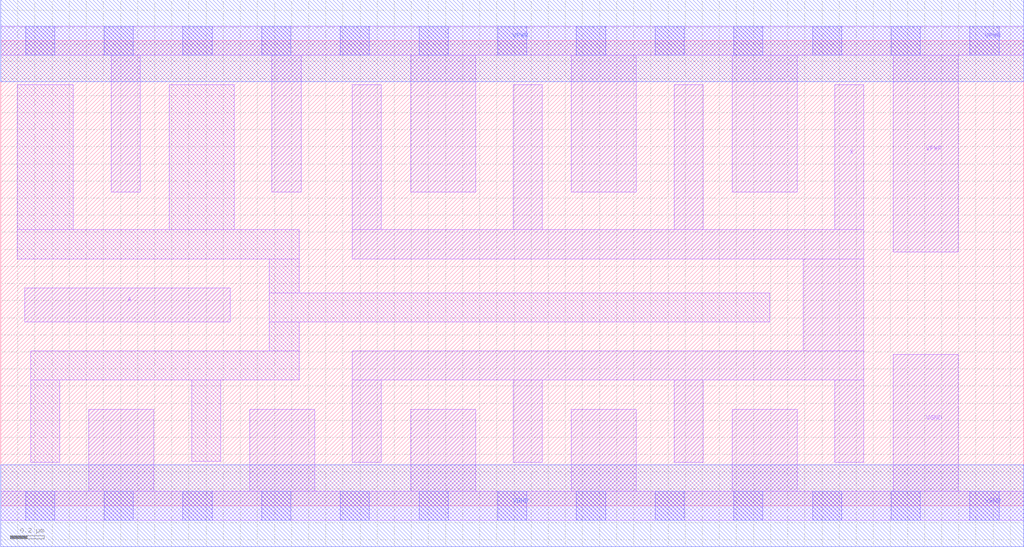
<source format=lef>
# Copyright 2020 The SkyWater PDK Authors
#
# Licensed under the Apache License, Version 2.0 (the "License");
# you may not use this file except in compliance with the License.
# You may obtain a copy of the License at
#
#     https://www.apache.org/licenses/LICENSE-2.0
#
# Unless required by applicable law or agreed to in writing, software
# distributed under the License is distributed on an "AS IS" BASIS,
# WITHOUT WARRANTIES OR CONDITIONS OF ANY KIND, either express or implied.
# See the License for the specific language governing permissions and
# limitations under the License.
#
# SPDX-License-Identifier: Apache-2.0

VERSION 5.7 ;
  NAMESCASESENSITIVE ON ;
  NOWIREEXTENSIONATPIN ON ;
  DIVIDERCHAR "/" ;
  BUSBITCHARS "[]" ;
UNITS
  DATABASE MICRONS 200 ;
END UNITS
PROPERTYDEFINITIONS
  MACRO maskLayoutSubType STRING ;
  MACRO prCellType STRING ;
  MACRO originalViewName STRING ;
END PROPERTYDEFINITIONS
MACRO sky130_fd_sc_hdll__buf_8
  CLASS CORE ;
  FOREIGN sky130_fd_sc_hdll__buf_8 ;
  ORIGIN  0.000000  0.000000 ;
  SIZE  5.980000 BY  2.720000 ;
  SYMMETRY X Y R90 ;
  SITE unithd ;
  PIN A
    ANTENNAGATEAREA  0.832500 ;
    DIRECTION INPUT ;
    USE SIGNAL ;
    PORT
      LAYER li1 ;
        RECT 0.140000 1.075000 1.340000 1.275000 ;
    END
  END A
  PIN X
    ANTENNADIFFAREA  2.024500 ;
    DIRECTION OUTPUT ;
    USE SIGNAL ;
    PORT
      LAYER li1 ;
        RECT 2.055000 0.255000 2.225000 0.735000 ;
        RECT 2.055000 0.735000 5.045000 0.905000 ;
        RECT 2.055000 1.445000 5.045000 1.615000 ;
        RECT 2.055000 1.615000 2.225000 2.465000 ;
        RECT 2.995000 0.255000 3.165000 0.735000 ;
        RECT 2.995000 1.615000 3.165000 2.465000 ;
        RECT 3.935000 0.255000 4.105000 0.735000 ;
        RECT 3.935000 1.615000 4.105000 2.465000 ;
        RECT 4.690000 0.905000 5.045000 1.445000 ;
        RECT 4.875000 0.255000 5.045000 0.735000 ;
        RECT 4.875000 1.615000 5.045000 2.465000 ;
    END
  END X
  PIN VGND
    DIRECTION INOUT ;
    USE GROUND ;
    PORT
      LAYER li1 ;
        RECT 0.000000 -0.085000 5.980000 0.085000 ;
        RECT 0.515000  0.085000 0.895000 0.565000 ;
        RECT 1.455000  0.085000 1.835000 0.565000 ;
        RECT 2.395000  0.085000 2.775000 0.565000 ;
        RECT 3.335000  0.085000 3.715000 0.565000 ;
        RECT 4.275000  0.085000 4.655000 0.565000 ;
        RECT 5.215000  0.085000 5.595000 0.885000 ;
      LAYER mcon ;
        RECT 0.145000 -0.085000 0.315000 0.085000 ;
        RECT 0.605000 -0.085000 0.775000 0.085000 ;
        RECT 1.065000 -0.085000 1.235000 0.085000 ;
        RECT 1.525000 -0.085000 1.695000 0.085000 ;
        RECT 1.985000 -0.085000 2.155000 0.085000 ;
        RECT 2.445000 -0.085000 2.615000 0.085000 ;
        RECT 2.905000 -0.085000 3.075000 0.085000 ;
        RECT 3.365000 -0.085000 3.535000 0.085000 ;
        RECT 3.825000 -0.085000 3.995000 0.085000 ;
        RECT 4.285000 -0.085000 4.455000 0.085000 ;
        RECT 4.745000 -0.085000 4.915000 0.085000 ;
        RECT 5.205000 -0.085000 5.375000 0.085000 ;
        RECT 5.665000 -0.085000 5.835000 0.085000 ;
    END
    PORT
      LAYER met1 ;
        RECT 0.000000 -0.240000 5.980000 0.240000 ;
    END
  END VGND
  PIN VPWR
    DIRECTION INOUT ;
    USE POWER ;
    PORT
      LAYER li1 ;
        RECT 0.000000 2.635000 5.980000 2.805000 ;
        RECT 0.645000 1.835000 0.815000 2.635000 ;
        RECT 1.585000 1.835000 1.755000 2.635000 ;
        RECT 2.395000 1.835000 2.775000 2.635000 ;
        RECT 3.335000 1.835000 3.715000 2.635000 ;
        RECT 4.275000 1.835000 4.655000 2.635000 ;
        RECT 5.215000 1.485000 5.595000 2.635000 ;
      LAYER mcon ;
        RECT 0.145000 2.635000 0.315000 2.805000 ;
        RECT 0.605000 2.635000 0.775000 2.805000 ;
        RECT 1.065000 2.635000 1.235000 2.805000 ;
        RECT 1.525000 2.635000 1.695000 2.805000 ;
        RECT 1.985000 2.635000 2.155000 2.805000 ;
        RECT 2.445000 2.635000 2.615000 2.805000 ;
        RECT 2.905000 2.635000 3.075000 2.805000 ;
        RECT 3.365000 2.635000 3.535000 2.805000 ;
        RECT 3.825000 2.635000 3.995000 2.805000 ;
        RECT 4.285000 2.635000 4.455000 2.805000 ;
        RECT 4.745000 2.635000 4.915000 2.805000 ;
        RECT 5.205000 2.635000 5.375000 2.805000 ;
        RECT 5.665000 2.635000 5.835000 2.805000 ;
    END
    PORT
      LAYER met1 ;
        RECT 0.000000 2.480000 5.980000 2.960000 ;
    END
  END VPWR
  OBS
    LAYER li1 ;
      RECT 0.095000 1.445000 1.745000 1.615000 ;
      RECT 0.095000 1.615000 0.425000 2.465000 ;
      RECT 0.175000 0.255000 0.345000 0.735000 ;
      RECT 0.175000 0.735000 1.745000 0.905000 ;
      RECT 0.985000 1.615000 1.365000 2.465000 ;
      RECT 1.115000 0.260000 1.285000 0.735000 ;
      RECT 1.570000 0.905000 1.745000 1.075000 ;
      RECT 1.570000 1.075000 4.495000 1.245000 ;
      RECT 1.570000 1.245000 1.745000 1.445000 ;
  END
  PROPERTY maskLayoutSubType "abstract" ;
  PROPERTY prCellType "standard" ;
  PROPERTY originalViewName "layout" ;
END sky130_fd_sc_hdll__buf_8

</source>
